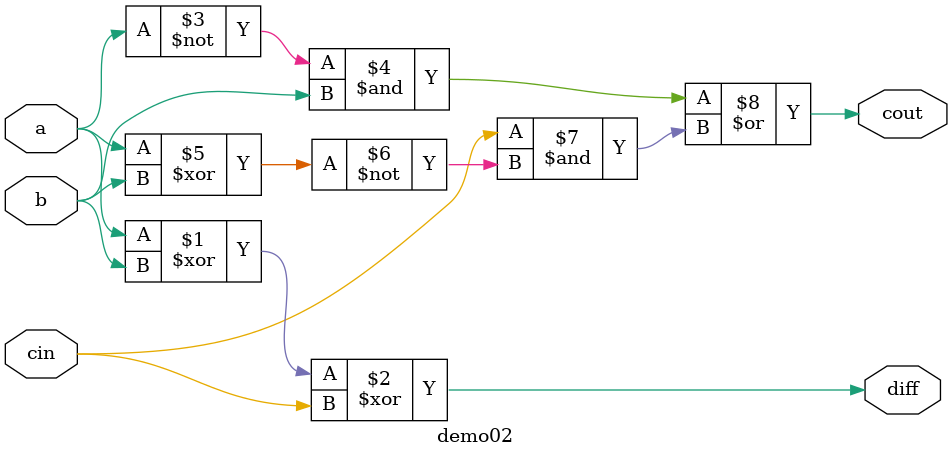
<source format=v>

module demo02 (
    input wire a, b, cin,
    output wire diff, cout
);
    assign diff = a ^ b ^ cin;  // Tính hiệu
    assign cout = (~a & b) | (cin & ~(a ^ b));  // Tính bit mượn
endmodule

</source>
